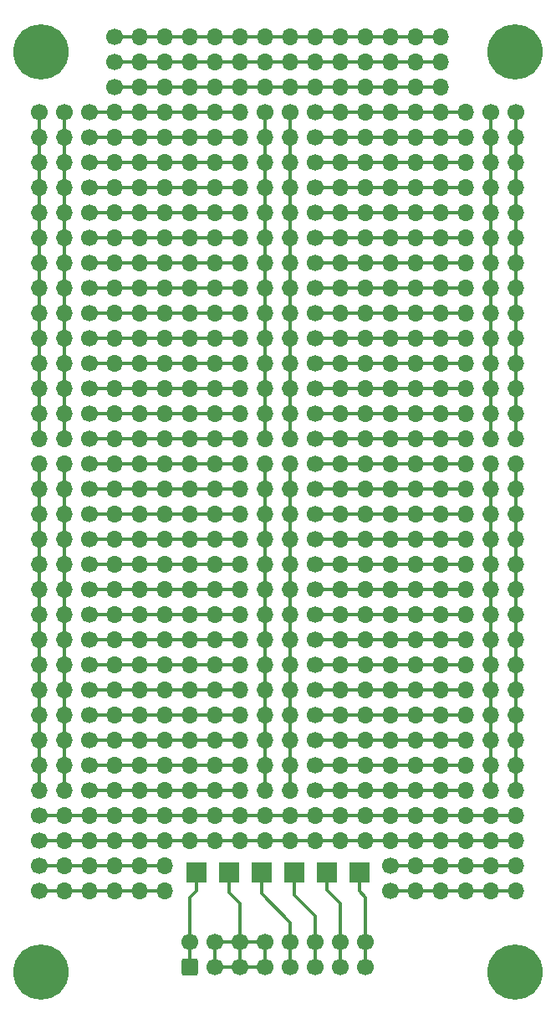
<source format=gbr>
%TF.GenerationSoftware,KiCad,Pcbnew,8.0.3*%
%TF.CreationDate,2024-07-30T21:02:43-04:00*%
%TF.ProjectId,synth-prototyping-pcb,73796e74-682d-4707-926f-746f74797069,1.0.0*%
%TF.SameCoordinates,Original*%
%TF.FileFunction,Copper,L2,Bot*%
%TF.FilePolarity,Positive*%
%FSLAX46Y46*%
G04 Gerber Fmt 4.6, Leading zero omitted, Abs format (unit mm)*
G04 Created by KiCad (PCBNEW 8.0.3) date 2024-07-30 21:02:43*
%MOMM*%
%LPD*%
G01*
G04 APERTURE LIST*
G04 Aperture macros list*
%AMRoundRect*
0 Rectangle with rounded corners*
0 $1 Rounding radius*
0 $2 $3 $4 $5 $6 $7 $8 $9 X,Y pos of 4 corners*
0 Add a 4 corners polygon primitive as box body*
4,1,4,$2,$3,$4,$5,$6,$7,$8,$9,$2,$3,0*
0 Add four circle primitives for the rounded corners*
1,1,$1+$1,$2,$3*
1,1,$1+$1,$4,$5*
1,1,$1+$1,$6,$7*
1,1,$1+$1,$8,$9*
0 Add four rect primitives between the rounded corners*
20,1,$1+$1,$2,$3,$4,$5,0*
20,1,$1+$1,$4,$5,$6,$7,0*
20,1,$1+$1,$6,$7,$8,$9,0*
20,1,$1+$1,$8,$9,$2,$3,0*%
G04 Aperture macros list end*
%TA.AperFunction,ComponentPad*%
%ADD10C,1.700000*%
%TD*%
%TA.AperFunction,ComponentPad*%
%ADD11O,1.700000X1.700000*%
%TD*%
%TA.AperFunction,ComponentPad*%
%ADD12R,2.000000X2.000000*%
%TD*%
%TA.AperFunction,ComponentPad*%
%ADD13C,5.600000*%
%TD*%
%TA.AperFunction,ComponentPad*%
%ADD14RoundRect,0.250000X0.600000X-0.600000X0.600000X0.600000X-0.600000X0.600000X-0.600000X-0.600000X0*%
%TD*%
%TA.AperFunction,Conductor*%
%ADD15C,0.300000*%
%TD*%
G04 APERTURE END LIST*
D10*
%TO.P,REF\u002A\u002A,1*%
%TO.N,N/C*%
X103352500Y-137520000D03*
D11*
%TO.P,REF\u002A\u002A,2*%
X105892500Y-137520000D03*
%TO.P,REF\u002A\u002A,3*%
X108432500Y-137520000D03*
%TO.P,REF\u002A\u002A,4*%
X110972500Y-137520000D03*
%TO.P,REF\u002A\u002A,5*%
X113512500Y-137520000D03*
%TO.P,REF\u002A\u002A,6*%
X116052500Y-137520000D03*
%TD*%
D10*
%TO.P,REF\u002A\u002A,1*%
%TO.N,N/C*%
X108432500Y-117200000D03*
D11*
%TO.P,REF\u002A\u002A,2*%
X110972500Y-117200000D03*
%TO.P,REF\u002A\u002A,3*%
X113512500Y-117200000D03*
%TO.P,REF\u002A\u002A,4*%
X116052500Y-117200000D03*
%TO.P,REF\u002A\u002A,5*%
X118592500Y-117200000D03*
%TO.P,REF\u002A\u002A,6*%
X121132500Y-117200000D03*
%TO.P,REF\u002A\u002A,7*%
X123672500Y-117200000D03*
%TD*%
D10*
%TO.P,REF\u002A\u002A,1*%
%TO.N,N/C*%
X108432500Y-91800000D03*
D11*
%TO.P,REF\u002A\u002A,2*%
X110972500Y-91800000D03*
%TO.P,REF\u002A\u002A,3*%
X113512500Y-91800000D03*
%TO.P,REF\u002A\u002A,4*%
X116052500Y-91800000D03*
%TO.P,REF\u002A\u002A,5*%
X118592500Y-91800000D03*
%TO.P,REF\u002A\u002A,6*%
X121132500Y-91800000D03*
%TO.P,REF\u002A\u002A,7*%
X123672500Y-91800000D03*
%TD*%
D10*
%TO.P,REF\u002A\u002A,1*%
%TO.N,N/C*%
X131292500Y-91800000D03*
D11*
%TO.P,REF\u002A\u002A,2*%
X133832500Y-91800000D03*
%TO.P,REF\u002A\u002A,3*%
X136372500Y-91800000D03*
%TO.P,REF\u002A\u002A,4*%
X138912500Y-91800000D03*
%TO.P,REF\u002A\u002A,5*%
X141452500Y-91800000D03*
%TO.P,REF\u002A\u002A,6*%
X143992500Y-91800000D03*
%TO.P,REF\u002A\u002A,7*%
X146532500Y-91800000D03*
%TD*%
D10*
%TO.P,REF\u002A\u002A,1*%
%TO.N,N/C*%
X131292500Y-99420000D03*
D11*
%TO.P,REF\u002A\u002A,2*%
X133832500Y-99420000D03*
%TO.P,REF\u002A\u002A,3*%
X136372500Y-99420000D03*
%TO.P,REF\u002A\u002A,4*%
X138912500Y-99420000D03*
%TO.P,REF\u002A\u002A,5*%
X141452500Y-99420000D03*
%TO.P,REF\u002A\u002A,6*%
X143992500Y-99420000D03*
%TO.P,REF\u002A\u002A,7*%
X146532500Y-99420000D03*
%TD*%
D10*
%TO.P,REF\u002A\u002A,1*%
%TO.N,N/C*%
X110972500Y-53700000D03*
D11*
%TO.P,REF\u002A\u002A,2*%
X113512500Y-53700000D03*
%TO.P,REF\u002A\u002A,3*%
X116052500Y-53700000D03*
%TO.P,REF\u002A\u002A,4*%
X118592500Y-53700000D03*
%TO.P,REF\u002A\u002A,5*%
X121132500Y-53700000D03*
%TO.P,REF\u002A\u002A,6*%
X123672500Y-53700000D03*
%TO.P,REF\u002A\u002A,7*%
X126212500Y-53700000D03*
%TO.P,REF\u002A\u002A,8*%
X128752500Y-53700000D03*
%TO.P,REF\u002A\u002A,9*%
X131292500Y-53700000D03*
%TO.P,REF\u002A\u002A,10*%
X133832500Y-53700000D03*
%TO.P,REF\u002A\u002A,11*%
X136372500Y-53700000D03*
%TO.P,REF\u002A\u002A,12*%
X138912500Y-53700000D03*
%TO.P,REF\u002A\u002A,13*%
X141452500Y-53700000D03*
%TO.P,REF\u002A\u002A,14*%
X143992500Y-53700000D03*
%TD*%
D10*
%TO.P,REF\u002A\u002A,1*%
%TO.N,N/C*%
X108432500Y-119740000D03*
D11*
%TO.P,REF\u002A\u002A,2*%
X110972500Y-119740000D03*
%TO.P,REF\u002A\u002A,3*%
X113512500Y-119740000D03*
%TO.P,REF\u002A\u002A,4*%
X116052500Y-119740000D03*
%TO.P,REF\u002A\u002A,5*%
X118592500Y-119740000D03*
%TO.P,REF\u002A\u002A,6*%
X121132500Y-119740000D03*
%TO.P,REF\u002A\u002A,7*%
X123672500Y-119740000D03*
%TD*%
D10*
%TO.P,REF\u002A\u002A,1*%
%TO.N,N/C*%
X131292500Y-89260000D03*
D11*
%TO.P,REF\u002A\u002A,2*%
X133832500Y-89260000D03*
%TO.P,REF\u002A\u002A,3*%
X136372500Y-89260000D03*
%TO.P,REF\u002A\u002A,4*%
X138912500Y-89260000D03*
%TO.P,REF\u002A\u002A,5*%
X141452500Y-89260000D03*
%TO.P,REF\u002A\u002A,6*%
X143992500Y-89260000D03*
%TO.P,REF\u002A\u002A,7*%
X146532500Y-89260000D03*
%TD*%
D10*
%TO.P,REF\u002A\u002A,1*%
%TO.N,N/C*%
X108432500Y-122280000D03*
D11*
%TO.P,REF\u002A\u002A,2*%
X110972500Y-122280000D03*
%TO.P,REF\u002A\u002A,3*%
X113512500Y-122280000D03*
%TO.P,REF\u002A\u002A,4*%
X116052500Y-122280000D03*
%TO.P,REF\u002A\u002A,5*%
X118592500Y-122280000D03*
%TO.P,REF\u002A\u002A,6*%
X121132500Y-122280000D03*
%TO.P,REF\u002A\u002A,7*%
X123672500Y-122280000D03*
%TD*%
D12*
%TO.P,TP5,1,1*%
%TO.N,CV*%
X132435500Y-135615000D03*
%TD*%
%TO.P,TP3,1,1*%
%TO.N,+12V*%
X125831500Y-135615000D03*
%TD*%
D10*
%TO.P,REF\u002A\u002A,1*%
%TO.N,N/C*%
X131292500Y-112120000D03*
D11*
%TO.P,REF\u002A\u002A,2*%
X133832500Y-112120000D03*
%TO.P,REF\u002A\u002A,3*%
X136372500Y-112120000D03*
%TO.P,REF\u002A\u002A,4*%
X138912500Y-112120000D03*
%TO.P,REF\u002A\u002A,5*%
X141452500Y-112120000D03*
%TO.P,REF\u002A\u002A,6*%
X143992500Y-112120000D03*
%TO.P,REF\u002A\u002A,7*%
X146532500Y-112120000D03*
%TD*%
D10*
%TO.P,REF\u002A\u002A,1*%
%TO.N,N/C*%
X128752500Y-58780000D03*
D11*
%TO.P,REF\u002A\u002A,2*%
X128752500Y-61320000D03*
%TO.P,REF\u002A\u002A,3*%
X128752500Y-63860000D03*
%TO.P,REF\u002A\u002A,4*%
X128752500Y-66400000D03*
%TO.P,REF\u002A\u002A,5*%
X128752500Y-68940000D03*
%TO.P,REF\u002A\u002A,6*%
X128752500Y-71480000D03*
%TO.P,REF\u002A\u002A,7*%
X128752500Y-74020000D03*
%TO.P,REF\u002A\u002A,8*%
X128752500Y-76560000D03*
%TO.P,REF\u002A\u002A,9*%
X128752500Y-79100000D03*
%TO.P,REF\u002A\u002A,10*%
X128752500Y-81640000D03*
%TO.P,REF\u002A\u002A,11*%
X128752500Y-84180000D03*
%TO.P,REF\u002A\u002A,12*%
X128752500Y-86720000D03*
%TO.P,REF\u002A\u002A,13*%
X128752500Y-89260000D03*
%TO.P,REF\u002A\u002A,14*%
X128752500Y-91800000D03*
%TO.P,REF\u002A\u002A,15*%
X128752500Y-94340000D03*
%TO.P,REF\u002A\u002A,16*%
X128752500Y-96880000D03*
%TO.P,REF\u002A\u002A,17*%
X128752500Y-99420000D03*
%TO.P,REF\u002A\u002A,18*%
X128752500Y-101960000D03*
%TO.P,REF\u002A\u002A,19*%
X128752500Y-104500000D03*
%TO.P,REF\u002A\u002A,20*%
X128752500Y-107040000D03*
%TO.P,REF\u002A\u002A,21*%
X128752500Y-109580000D03*
%TO.P,REF\u002A\u002A,22*%
X128752500Y-112120000D03*
%TO.P,REF\u002A\u002A,23*%
X128752500Y-114660000D03*
%TO.P,REF\u002A\u002A,24*%
X128752500Y-117200000D03*
%TO.P,REF\u002A\u002A,25*%
X128752500Y-119740000D03*
%TO.P,REF\u002A\u002A,26*%
X128752500Y-122280000D03*
%TO.P,REF\u002A\u002A,27*%
X128752500Y-124820000D03*
%TO.P,REF\u002A\u002A,28*%
X128752500Y-127360000D03*
%TD*%
D10*
%TO.P,REF\u002A\u002A,1*%
%TO.N,N/C*%
X103352500Y-58780000D03*
D11*
%TO.P,REF\u002A\u002A,2*%
X103352500Y-61320000D03*
%TO.P,REF\u002A\u002A,3*%
X103352500Y-63860000D03*
%TO.P,REF\u002A\u002A,4*%
X103352500Y-66400000D03*
%TO.P,REF\u002A\u002A,5*%
X103352500Y-68940000D03*
%TO.P,REF\u002A\u002A,6*%
X103352500Y-71480000D03*
%TO.P,REF\u002A\u002A,7*%
X103352500Y-74020000D03*
%TO.P,REF\u002A\u002A,8*%
X103352500Y-76560000D03*
%TO.P,REF\u002A\u002A,9*%
X103352500Y-79100000D03*
%TO.P,REF\u002A\u002A,10*%
X103352500Y-81640000D03*
%TO.P,REF\u002A\u002A,11*%
X103352500Y-84180000D03*
%TO.P,REF\u002A\u002A,12*%
X103352500Y-86720000D03*
%TO.P,REF\u002A\u002A,13*%
X103352500Y-89260000D03*
%TO.P,REF\u002A\u002A,14*%
X103352500Y-91800000D03*
%TO.P,REF\u002A\u002A,15*%
X103352500Y-94340000D03*
%TO.P,REF\u002A\u002A,16*%
X103352500Y-96880000D03*
%TO.P,REF\u002A\u002A,17*%
X103352500Y-99420000D03*
%TO.P,REF\u002A\u002A,18*%
X103352500Y-101960000D03*
%TO.P,REF\u002A\u002A,19*%
X103352500Y-104500000D03*
%TO.P,REF\u002A\u002A,20*%
X103352500Y-107040000D03*
%TO.P,REF\u002A\u002A,21*%
X103352500Y-109580000D03*
%TO.P,REF\u002A\u002A,22*%
X103352500Y-112120000D03*
%TO.P,REF\u002A\u002A,23*%
X103352500Y-114660000D03*
%TO.P,REF\u002A\u002A,24*%
X103352500Y-117200000D03*
%TO.P,REF\u002A\u002A,25*%
X103352500Y-119740000D03*
%TO.P,REF\u002A\u002A,26*%
X103352500Y-122280000D03*
%TO.P,REF\u002A\u002A,27*%
X103352500Y-124820000D03*
%TO.P,REF\u002A\u002A,28*%
X103352500Y-127360000D03*
%TD*%
D13*
%TO.P,M1,1*%
%TO.N,N/C*%
X103500000Y-145700000D03*
%TD*%
D10*
%TO.P,REF\u002A\u002A,1*%
%TO.N,N/C*%
X108432500Y-94340000D03*
D11*
%TO.P,REF\u002A\u002A,2*%
X110972500Y-94340000D03*
%TO.P,REF\u002A\u002A,3*%
X113512500Y-94340000D03*
%TO.P,REF\u002A\u002A,4*%
X116052500Y-94340000D03*
%TO.P,REF\u002A\u002A,5*%
X118592500Y-94340000D03*
%TO.P,REF\u002A\u002A,6*%
X121132500Y-94340000D03*
%TO.P,REF\u002A\u002A,7*%
X123672500Y-94340000D03*
%TD*%
D10*
%TO.P,REF\u002A\u002A,1*%
%TO.N,N/C*%
X108432500Y-101960000D03*
D11*
%TO.P,REF\u002A\u002A,2*%
X110972500Y-101960000D03*
%TO.P,REF\u002A\u002A,3*%
X113512500Y-101960000D03*
%TO.P,REF\u002A\u002A,4*%
X116052500Y-101960000D03*
%TO.P,REF\u002A\u002A,5*%
X118592500Y-101960000D03*
%TO.P,REF\u002A\u002A,6*%
X121132500Y-101960000D03*
%TO.P,REF\u002A\u002A,7*%
X123672500Y-101960000D03*
%TD*%
D10*
%TO.P,REF\u002A\u002A,1*%
%TO.N,N/C*%
X131292500Y-104500000D03*
D11*
%TO.P,REF\u002A\u002A,2*%
X133832500Y-104500000D03*
%TO.P,REF\u002A\u002A,3*%
X136372500Y-104500000D03*
%TO.P,REF\u002A\u002A,4*%
X138912500Y-104500000D03*
%TO.P,REF\u002A\u002A,5*%
X141452500Y-104500000D03*
%TO.P,REF\u002A\u002A,6*%
X143992500Y-104500000D03*
%TO.P,REF\u002A\u002A,7*%
X146532500Y-104500000D03*
%TD*%
D10*
%TO.P,REF\u002A\u002A,1*%
%TO.N,N/C*%
X108432500Y-68940000D03*
D11*
%TO.P,REF\u002A\u002A,2*%
X110972500Y-68940000D03*
%TO.P,REF\u002A\u002A,3*%
X113512500Y-68940000D03*
%TO.P,REF\u002A\u002A,4*%
X116052500Y-68940000D03*
%TO.P,REF\u002A\u002A,5*%
X118592500Y-68940000D03*
%TO.P,REF\u002A\u002A,6*%
X121132500Y-68940000D03*
%TO.P,REF\u002A\u002A,7*%
X123672500Y-68940000D03*
%TD*%
D10*
%TO.P,REF\u002A\u002A,1*%
%TO.N,N/C*%
X138912500Y-134980000D03*
D11*
%TO.P,REF\u002A\u002A,2*%
X141452500Y-134980000D03*
%TO.P,REF\u002A\u002A,3*%
X143992500Y-134980000D03*
%TO.P,REF\u002A\u002A,4*%
X146532500Y-134980000D03*
%TO.P,REF\u002A\u002A,5*%
X149072500Y-134980000D03*
%TO.P,REF\u002A\u002A,6*%
X151612500Y-134980000D03*
%TD*%
D10*
%TO.P,REF\u002A\u002A,1*%
%TO.N,N/C*%
X131292500Y-94340000D03*
D11*
%TO.P,REF\u002A\u002A,2*%
X133832500Y-94340000D03*
%TO.P,REF\u002A\u002A,3*%
X136372500Y-94340000D03*
%TO.P,REF\u002A\u002A,4*%
X138912500Y-94340000D03*
%TO.P,REF\u002A\u002A,5*%
X141452500Y-94340000D03*
%TO.P,REF\u002A\u002A,6*%
X143992500Y-94340000D03*
%TO.P,REF\u002A\u002A,7*%
X146532500Y-94340000D03*
%TD*%
D10*
%TO.P,REF\u002A\u002A,1*%
%TO.N,N/C*%
X108432500Y-99420000D03*
D11*
%TO.P,REF\u002A\u002A,2*%
X110972500Y-99420000D03*
%TO.P,REF\u002A\u002A,3*%
X113512500Y-99420000D03*
%TO.P,REF\u002A\u002A,4*%
X116052500Y-99420000D03*
%TO.P,REF\u002A\u002A,5*%
X118592500Y-99420000D03*
%TO.P,REF\u002A\u002A,6*%
X121132500Y-99420000D03*
%TO.P,REF\u002A\u002A,7*%
X123672500Y-99420000D03*
%TD*%
D10*
%TO.P,REF\u002A\u002A,1*%
%TO.N,N/C*%
X131292500Y-63860000D03*
D11*
%TO.P,REF\u002A\u002A,2*%
X133832500Y-63860000D03*
%TO.P,REF\u002A\u002A,3*%
X136372500Y-63860000D03*
%TO.P,REF\u002A\u002A,4*%
X138912500Y-63860000D03*
%TO.P,REF\u002A\u002A,5*%
X141452500Y-63860000D03*
%TO.P,REF\u002A\u002A,6*%
X143992500Y-63860000D03*
%TO.P,REF\u002A\u002A,7*%
X146532500Y-63860000D03*
%TD*%
D14*
%TO.P,J1,1,Pin_1*%
%TO.N,-12V*%
X118592500Y-145240000D03*
D10*
%TO.P,J1,2,Pin_2*%
X118592500Y-142700000D03*
%TO.P,J1,3,Pin_3*%
%TO.N,GND*%
X121132500Y-145240000D03*
%TO.P,J1,4,Pin_4*%
X121132500Y-142700000D03*
%TO.P,J1,5,Pin_5*%
X123672500Y-145240000D03*
%TO.P,J1,6,Pin_6*%
X123672500Y-142700000D03*
%TO.P,J1,7,Pin_7*%
X126212500Y-145240000D03*
%TO.P,J1,8,Pin_8*%
X126212500Y-142700000D03*
%TO.P,J1,9,Pin_9*%
%TO.N,+12V*%
X128752500Y-145240000D03*
%TO.P,J1,10,Pin_10*%
X128752500Y-142700000D03*
%TO.P,J1,11,Pin_11*%
%TO.N,+5V*%
X131292500Y-145240000D03*
%TO.P,J1,12,Pin_12*%
X131292500Y-142700000D03*
%TO.P,J1,13,Pin_13*%
%TO.N,CV*%
X133832500Y-145240000D03*
%TO.P,J1,14,Pin_14*%
X133832500Y-142700000D03*
%TO.P,J1,15,Pin_15*%
%TO.N,GATE*%
X136372500Y-145240000D03*
%TO.P,J1,16,Pin_16*%
X136372500Y-142700000D03*
%TD*%
%TO.P,REF\u002A\u002A,1*%
%TO.N,N/C*%
X108432500Y-74020000D03*
D11*
%TO.P,REF\u002A\u002A,2*%
X110972500Y-74020000D03*
%TO.P,REF\u002A\u002A,3*%
X113512500Y-74020000D03*
%TO.P,REF\u002A\u002A,4*%
X116052500Y-74020000D03*
%TO.P,REF\u002A\u002A,5*%
X118592500Y-74020000D03*
%TO.P,REF\u002A\u002A,6*%
X121132500Y-74020000D03*
%TO.P,REF\u002A\u002A,7*%
X123672500Y-74020000D03*
%TD*%
D10*
%TO.P,REF\u002A\u002A,1*%
%TO.N,N/C*%
X108432500Y-114660000D03*
D11*
%TO.P,REF\u002A\u002A,2*%
X110972500Y-114660000D03*
%TO.P,REF\u002A\u002A,3*%
X113512500Y-114660000D03*
%TO.P,REF\u002A\u002A,4*%
X116052500Y-114660000D03*
%TO.P,REF\u002A\u002A,5*%
X118592500Y-114660000D03*
%TO.P,REF\u002A\u002A,6*%
X121132500Y-114660000D03*
%TO.P,REF\u002A\u002A,7*%
X123672500Y-114660000D03*
%TD*%
D10*
%TO.P,REF\u002A\u002A,1*%
%TO.N,N/C*%
X131292500Y-76560000D03*
D11*
%TO.P,REF\u002A\u002A,2*%
X133832500Y-76560000D03*
%TO.P,REF\u002A\u002A,3*%
X136372500Y-76560000D03*
%TO.P,REF\u002A\u002A,4*%
X138912500Y-76560000D03*
%TO.P,REF\u002A\u002A,5*%
X141452500Y-76560000D03*
%TO.P,REF\u002A\u002A,6*%
X143992500Y-76560000D03*
%TO.P,REF\u002A\u002A,7*%
X146532500Y-76560000D03*
%TD*%
D10*
%TO.P,REF\u002A\u002A,1*%
%TO.N,N/C*%
X131292500Y-84180000D03*
D11*
%TO.P,REF\u002A\u002A,2*%
X133832500Y-84180000D03*
%TO.P,REF\u002A\u002A,3*%
X136372500Y-84180000D03*
%TO.P,REF\u002A\u002A,4*%
X138912500Y-84180000D03*
%TO.P,REF\u002A\u002A,5*%
X141452500Y-84180000D03*
%TO.P,REF\u002A\u002A,6*%
X143992500Y-84180000D03*
%TO.P,REF\u002A\u002A,7*%
X146532500Y-84180000D03*
%TD*%
D10*
%TO.P,REF\u002A\u002A,1*%
%TO.N,N/C*%
X108432500Y-112120000D03*
D11*
%TO.P,REF\u002A\u002A,2*%
X110972500Y-112120000D03*
%TO.P,REF\u002A\u002A,3*%
X113512500Y-112120000D03*
%TO.P,REF\u002A\u002A,4*%
X116052500Y-112120000D03*
%TO.P,REF\u002A\u002A,5*%
X118592500Y-112120000D03*
%TO.P,REF\u002A\u002A,6*%
X121132500Y-112120000D03*
%TO.P,REF\u002A\u002A,7*%
X123672500Y-112120000D03*
%TD*%
D10*
%TO.P,REF\u002A\u002A,1*%
%TO.N,N/C*%
X108432500Y-127360000D03*
D11*
%TO.P,REF\u002A\u002A,2*%
X110972500Y-127360000D03*
%TO.P,REF\u002A\u002A,3*%
X113512500Y-127360000D03*
%TO.P,REF\u002A\u002A,4*%
X116052500Y-127360000D03*
%TO.P,REF\u002A\u002A,5*%
X118592500Y-127360000D03*
%TO.P,REF\u002A\u002A,6*%
X121132500Y-127360000D03*
%TO.P,REF\u002A\u002A,7*%
X123672500Y-127360000D03*
%TD*%
D10*
%TO.P,REF\u002A\u002A,1*%
%TO.N,N/C*%
X131292500Y-68940000D03*
D11*
%TO.P,REF\u002A\u002A,2*%
X133832500Y-68940000D03*
%TO.P,REF\u002A\u002A,3*%
X136372500Y-68940000D03*
%TO.P,REF\u002A\u002A,4*%
X138912500Y-68940000D03*
%TO.P,REF\u002A\u002A,5*%
X141452500Y-68940000D03*
%TO.P,REF\u002A\u002A,6*%
X143992500Y-68940000D03*
%TO.P,REF\u002A\u002A,7*%
X146532500Y-68940000D03*
%TD*%
D10*
%TO.P,REF\u002A\u002A,1*%
%TO.N,N/C*%
X108432500Y-107040000D03*
D11*
%TO.P,REF\u002A\u002A,2*%
X110972500Y-107040000D03*
%TO.P,REF\u002A\u002A,3*%
X113512500Y-107040000D03*
%TO.P,REF\u002A\u002A,4*%
X116052500Y-107040000D03*
%TO.P,REF\u002A\u002A,5*%
X118592500Y-107040000D03*
%TO.P,REF\u002A\u002A,6*%
X121132500Y-107040000D03*
%TO.P,REF\u002A\u002A,7*%
X123672500Y-107040000D03*
%TD*%
D10*
%TO.P,REF\u002A\u002A,1*%
%TO.N,N/C*%
X131292500Y-109580000D03*
D11*
%TO.P,REF\u002A\u002A,2*%
X133832500Y-109580000D03*
%TO.P,REF\u002A\u002A,3*%
X136372500Y-109580000D03*
%TO.P,REF\u002A\u002A,4*%
X138912500Y-109580000D03*
%TO.P,REF\u002A\u002A,5*%
X141452500Y-109580000D03*
%TO.P,REF\u002A\u002A,6*%
X143992500Y-109580000D03*
%TO.P,REF\u002A\u002A,7*%
X146532500Y-109580000D03*
%TD*%
D10*
%TO.P,REF\u002A\u002A,1*%
%TO.N,N/C*%
X108432500Y-79100000D03*
D11*
%TO.P,REF\u002A\u002A,2*%
X110972500Y-79100000D03*
%TO.P,REF\u002A\u002A,3*%
X113512500Y-79100000D03*
%TO.P,REF\u002A\u002A,4*%
X116052500Y-79100000D03*
%TO.P,REF\u002A\u002A,5*%
X118592500Y-79100000D03*
%TO.P,REF\u002A\u002A,6*%
X121132500Y-79100000D03*
%TO.P,REF\u002A\u002A,7*%
X123672500Y-79100000D03*
%TD*%
D10*
%TO.P,REF\u002A\u002A,1*%
%TO.N,N/C*%
X131292500Y-122280000D03*
D11*
%TO.P,REF\u002A\u002A,2*%
X133832500Y-122280000D03*
%TO.P,REF\u002A\u002A,3*%
X136372500Y-122280000D03*
%TO.P,REF\u002A\u002A,4*%
X138912500Y-122280000D03*
%TO.P,REF\u002A\u002A,5*%
X141452500Y-122280000D03*
%TO.P,REF\u002A\u002A,6*%
X143992500Y-122280000D03*
%TO.P,REF\u002A\u002A,7*%
X146532500Y-122280000D03*
%TD*%
D10*
%TO.P,REF\u002A\u002A,1*%
%TO.N,N/C*%
X108432500Y-86720000D03*
D11*
%TO.P,REF\u002A\u002A,2*%
X110972500Y-86720000D03*
%TO.P,REF\u002A\u002A,3*%
X113512500Y-86720000D03*
%TO.P,REF\u002A\u002A,4*%
X116052500Y-86720000D03*
%TO.P,REF\u002A\u002A,5*%
X118592500Y-86720000D03*
%TO.P,REF\u002A\u002A,6*%
X121132500Y-86720000D03*
%TO.P,REF\u002A\u002A,7*%
X123672500Y-86720000D03*
%TD*%
D10*
%TO.P,REF\u002A\u002A,1*%
%TO.N,N/C*%
X108432500Y-84180000D03*
D11*
%TO.P,REF\u002A\u002A,2*%
X110972500Y-84180000D03*
%TO.P,REF\u002A\u002A,3*%
X113512500Y-84180000D03*
%TO.P,REF\u002A\u002A,4*%
X116052500Y-84180000D03*
%TO.P,REF\u002A\u002A,5*%
X118592500Y-84180000D03*
%TO.P,REF\u002A\u002A,6*%
X121132500Y-84180000D03*
%TO.P,REF\u002A\u002A,7*%
X123672500Y-84180000D03*
%TD*%
D10*
%TO.P,REF\u002A\u002A,1*%
%TO.N,N/C*%
X108432500Y-61320000D03*
D11*
%TO.P,REF\u002A\u002A,2*%
X110972500Y-61320000D03*
%TO.P,REF\u002A\u002A,3*%
X113512500Y-61320000D03*
%TO.P,REF\u002A\u002A,4*%
X116052500Y-61320000D03*
%TO.P,REF\u002A\u002A,5*%
X118592500Y-61320000D03*
%TO.P,REF\u002A\u002A,6*%
X121132500Y-61320000D03*
%TO.P,REF\u002A\u002A,7*%
X123672500Y-61320000D03*
%TD*%
D10*
%TO.P,REF\u002A\u002A,1*%
%TO.N,N/C*%
X131292500Y-74020000D03*
D11*
%TO.P,REF\u002A\u002A,2*%
X133832500Y-74020000D03*
%TO.P,REF\u002A\u002A,3*%
X136372500Y-74020000D03*
%TO.P,REF\u002A\u002A,4*%
X138912500Y-74020000D03*
%TO.P,REF\u002A\u002A,5*%
X141452500Y-74020000D03*
%TO.P,REF\u002A\u002A,6*%
X143992500Y-74020000D03*
%TO.P,REF\u002A\u002A,7*%
X146532500Y-74020000D03*
%TD*%
D13*
%TO.P,M1,1*%
%TO.N,N/C*%
X151500000Y-145700000D03*
%TD*%
D10*
%TO.P,REF\u002A\u002A,1*%
%TO.N,N/C*%
X131292500Y-107040000D03*
D11*
%TO.P,REF\u002A\u002A,2*%
X133832500Y-107040000D03*
%TO.P,REF\u002A\u002A,3*%
X136372500Y-107040000D03*
%TO.P,REF\u002A\u002A,4*%
X138912500Y-107040000D03*
%TO.P,REF\u002A\u002A,5*%
X141452500Y-107040000D03*
%TO.P,REF\u002A\u002A,6*%
X143992500Y-107040000D03*
%TO.P,REF\u002A\u002A,7*%
X146532500Y-107040000D03*
%TD*%
D12*
%TO.P,TP2,1,1*%
%TO.N,GND*%
X122529500Y-135615000D03*
%TD*%
D10*
%TO.P,REF\u002A\u002A,1*%
%TO.N,N/C*%
X110972500Y-56240000D03*
D11*
%TO.P,REF\u002A\u002A,2*%
X113512500Y-56240000D03*
%TO.P,REF\u002A\u002A,3*%
X116052500Y-56240000D03*
%TO.P,REF\u002A\u002A,4*%
X118592500Y-56240000D03*
%TO.P,REF\u002A\u002A,5*%
X121132500Y-56240000D03*
%TO.P,REF\u002A\u002A,6*%
X123672500Y-56240000D03*
%TO.P,REF\u002A\u002A,7*%
X126212500Y-56240000D03*
%TO.P,REF\u002A\u002A,8*%
X128752500Y-56240000D03*
%TO.P,REF\u002A\u002A,9*%
X131292500Y-56240000D03*
%TO.P,REF\u002A\u002A,10*%
X133832500Y-56240000D03*
%TO.P,REF\u002A\u002A,11*%
X136372500Y-56240000D03*
%TO.P,REF\u002A\u002A,12*%
X138912500Y-56240000D03*
%TO.P,REF\u002A\u002A,13*%
X141452500Y-56240000D03*
%TO.P,REF\u002A\u002A,14*%
X143992500Y-56240000D03*
%TD*%
D10*
%TO.P,REF\u002A\u002A,1*%
%TO.N,N/C*%
X131292500Y-86720000D03*
D11*
%TO.P,REF\u002A\u002A,2*%
X133832500Y-86720000D03*
%TO.P,REF\u002A\u002A,3*%
X136372500Y-86720000D03*
%TO.P,REF\u002A\u002A,4*%
X138912500Y-86720000D03*
%TO.P,REF\u002A\u002A,5*%
X141452500Y-86720000D03*
%TO.P,REF\u002A\u002A,6*%
X143992500Y-86720000D03*
%TO.P,REF\u002A\u002A,7*%
X146532500Y-86720000D03*
%TD*%
D10*
%TO.P,REF\u002A\u002A,1*%
%TO.N,N/C*%
X108432500Y-66400000D03*
D11*
%TO.P,REF\u002A\u002A,2*%
X110972500Y-66400000D03*
%TO.P,REF\u002A\u002A,3*%
X113512500Y-66400000D03*
%TO.P,REF\u002A\u002A,4*%
X116052500Y-66400000D03*
%TO.P,REF\u002A\u002A,5*%
X118592500Y-66400000D03*
%TO.P,REF\u002A\u002A,6*%
X121132500Y-66400000D03*
%TO.P,REF\u002A\u002A,7*%
X123672500Y-66400000D03*
%TD*%
D13*
%TO.P,M1,1*%
%TO.N,N/C*%
X103500000Y-52700000D03*
%TD*%
D10*
%TO.P,REF\u002A\u002A,1*%
%TO.N,N/C*%
X131292500Y-96880000D03*
D11*
%TO.P,REF\u002A\u002A,2*%
X133832500Y-96880000D03*
%TO.P,REF\u002A\u002A,3*%
X136372500Y-96880000D03*
%TO.P,REF\u002A\u002A,4*%
X138912500Y-96880000D03*
%TO.P,REF\u002A\u002A,5*%
X141452500Y-96880000D03*
%TO.P,REF\u002A\u002A,6*%
X143992500Y-96880000D03*
%TO.P,REF\u002A\u002A,7*%
X146532500Y-96880000D03*
%TD*%
D10*
%TO.P,REF\u002A\u002A,1*%
%TO.N,N/C*%
X131292500Y-71480000D03*
D11*
%TO.P,REF\u002A\u002A,2*%
X133832500Y-71480000D03*
%TO.P,REF\u002A\u002A,3*%
X136372500Y-71480000D03*
%TO.P,REF\u002A\u002A,4*%
X138912500Y-71480000D03*
%TO.P,REF\u002A\u002A,5*%
X141452500Y-71480000D03*
%TO.P,REF\u002A\u002A,6*%
X143992500Y-71480000D03*
%TO.P,REF\u002A\u002A,7*%
X146532500Y-71480000D03*
%TD*%
D10*
%TO.P,REF\u002A\u002A,1*%
%TO.N,N/C*%
X131292500Y-58780000D03*
D11*
%TO.P,REF\u002A\u002A,2*%
X133832500Y-58780000D03*
%TO.P,REF\u002A\u002A,3*%
X136372500Y-58780000D03*
%TO.P,REF\u002A\u002A,4*%
X138912500Y-58780000D03*
%TO.P,REF\u002A\u002A,5*%
X141452500Y-58780000D03*
%TO.P,REF\u002A\u002A,6*%
X143992500Y-58780000D03*
%TO.P,REF\u002A\u002A,7*%
X146532500Y-58780000D03*
%TD*%
D10*
%TO.P,REF\u002A\u002A,1*%
%TO.N,N/C*%
X108432500Y-81640000D03*
D11*
%TO.P,REF\u002A\u002A,2*%
X110972500Y-81640000D03*
%TO.P,REF\u002A\u002A,3*%
X113512500Y-81640000D03*
%TO.P,REF\u002A\u002A,4*%
X116052500Y-81640000D03*
%TO.P,REF\u002A\u002A,5*%
X118592500Y-81640000D03*
%TO.P,REF\u002A\u002A,6*%
X121132500Y-81640000D03*
%TO.P,REF\u002A\u002A,7*%
X123672500Y-81640000D03*
%TD*%
D10*
%TO.P,REF\u002A\u002A,1*%
%TO.N,N/C*%
X151612500Y-58780000D03*
D11*
%TO.P,REF\u002A\u002A,2*%
X151612500Y-61320000D03*
%TO.P,REF\u002A\u002A,3*%
X151612500Y-63860000D03*
%TO.P,REF\u002A\u002A,4*%
X151612500Y-66400000D03*
%TO.P,REF\u002A\u002A,5*%
X151612500Y-68940000D03*
%TO.P,REF\u002A\u002A,6*%
X151612500Y-71480000D03*
%TO.P,REF\u002A\u002A,7*%
X151612500Y-74020000D03*
%TO.P,REF\u002A\u002A,8*%
X151612500Y-76560000D03*
%TO.P,REF\u002A\u002A,9*%
X151612500Y-79100000D03*
%TO.P,REF\u002A\u002A,10*%
X151612500Y-81640000D03*
%TO.P,REF\u002A\u002A,11*%
X151612500Y-84180000D03*
%TO.P,REF\u002A\u002A,12*%
X151612500Y-86720000D03*
%TO.P,REF\u002A\u002A,13*%
X151612500Y-89260000D03*
%TO.P,REF\u002A\u002A,14*%
X151612500Y-91800000D03*
%TO.P,REF\u002A\u002A,15*%
X151612500Y-94340000D03*
%TO.P,REF\u002A\u002A,16*%
X151612500Y-96880000D03*
%TO.P,REF\u002A\u002A,17*%
X151612500Y-99420000D03*
%TO.P,REF\u002A\u002A,18*%
X151612500Y-101960000D03*
%TO.P,REF\u002A\u002A,19*%
X151612500Y-104500000D03*
%TO.P,REF\u002A\u002A,20*%
X151612500Y-107040000D03*
%TO.P,REF\u002A\u002A,21*%
X151612500Y-109580000D03*
%TO.P,REF\u002A\u002A,22*%
X151612500Y-112120000D03*
%TO.P,REF\u002A\u002A,23*%
X151612500Y-114660000D03*
%TO.P,REF\u002A\u002A,24*%
X151612500Y-117200000D03*
%TO.P,REF\u002A\u002A,25*%
X151612500Y-119740000D03*
%TO.P,REF\u002A\u002A,26*%
X151612500Y-122280000D03*
%TO.P,REF\u002A\u002A,27*%
X151612500Y-124820000D03*
%TO.P,REF\u002A\u002A,28*%
X151612500Y-127360000D03*
%TD*%
D12*
%TO.P,TP1,1,1*%
%TO.N,+5V*%
X129133500Y-135615000D03*
%TD*%
D13*
%TO.P,M1,1*%
%TO.N,N/C*%
X151500000Y-52700000D03*
%TD*%
D10*
%TO.P,REF\u002A\u002A,1*%
%TO.N,N/C*%
X149072500Y-58780000D03*
D11*
%TO.P,REF\u002A\u002A,2*%
X149072500Y-61320000D03*
%TO.P,REF\u002A\u002A,3*%
X149072500Y-63860000D03*
%TO.P,REF\u002A\u002A,4*%
X149072500Y-66400000D03*
%TO.P,REF\u002A\u002A,5*%
X149072500Y-68940000D03*
%TO.P,REF\u002A\u002A,6*%
X149072500Y-71480000D03*
%TO.P,REF\u002A\u002A,7*%
X149072500Y-74020000D03*
%TO.P,REF\u002A\u002A,8*%
X149072500Y-76560000D03*
%TO.P,REF\u002A\u002A,9*%
X149072500Y-79100000D03*
%TO.P,REF\u002A\u002A,10*%
X149072500Y-81640000D03*
%TO.P,REF\u002A\u002A,11*%
X149072500Y-84180000D03*
%TO.P,REF\u002A\u002A,12*%
X149072500Y-86720000D03*
%TO.P,REF\u002A\u002A,13*%
X149072500Y-89260000D03*
%TO.P,REF\u002A\u002A,14*%
X149072500Y-91800000D03*
%TO.P,REF\u002A\u002A,15*%
X149072500Y-94340000D03*
%TO.P,REF\u002A\u002A,16*%
X149072500Y-96880000D03*
%TO.P,REF\u002A\u002A,17*%
X149072500Y-99420000D03*
%TO.P,REF\u002A\u002A,18*%
X149072500Y-101960000D03*
%TO.P,REF\u002A\u002A,19*%
X149072500Y-104500000D03*
%TO.P,REF\u002A\u002A,20*%
X149072500Y-107040000D03*
%TO.P,REF\u002A\u002A,21*%
X149072500Y-109580000D03*
%TO.P,REF\u002A\u002A,22*%
X149072500Y-112120000D03*
%TO.P,REF\u002A\u002A,23*%
X149072500Y-114660000D03*
%TO.P,REF\u002A\u002A,24*%
X149072500Y-117200000D03*
%TO.P,REF\u002A\u002A,25*%
X149072500Y-119740000D03*
%TO.P,REF\u002A\u002A,26*%
X149072500Y-122280000D03*
%TO.P,REF\u002A\u002A,27*%
X149072500Y-124820000D03*
%TO.P,REF\u002A\u002A,28*%
X149072500Y-127360000D03*
%TD*%
D10*
%TO.P,REF\u002A\u002A,1*%
%TO.N,N/C*%
X103352500Y-132440000D03*
D11*
%TO.P,REF\u002A\u002A,2*%
X105892500Y-132440000D03*
%TO.P,REF\u002A\u002A,3*%
X108432500Y-132440000D03*
%TO.P,REF\u002A\u002A,4*%
X110972500Y-132440000D03*
%TO.P,REF\u002A\u002A,5*%
X113512500Y-132440000D03*
%TO.P,REF\u002A\u002A,6*%
X116052500Y-132440000D03*
%TO.P,REF\u002A\u002A,7*%
X118592500Y-132440000D03*
%TO.P,REF\u002A\u002A,8*%
X121132500Y-132440000D03*
%TO.P,REF\u002A\u002A,9*%
X123672500Y-132440000D03*
%TO.P,REF\u002A\u002A,10*%
X126212500Y-132440000D03*
%TO.P,REF\u002A\u002A,11*%
X128752500Y-132440000D03*
%TO.P,REF\u002A\u002A,12*%
X131292500Y-132440000D03*
%TO.P,REF\u002A\u002A,13*%
X133832500Y-132440000D03*
%TO.P,REF\u002A\u002A,14*%
X136372500Y-132440000D03*
%TO.P,REF\u002A\u002A,15*%
X138912500Y-132440000D03*
%TO.P,REF\u002A\u002A,16*%
X141452500Y-132440000D03*
%TO.P,REF\u002A\u002A,17*%
X143992500Y-132440000D03*
%TO.P,REF\u002A\u002A,18*%
X146532500Y-132440000D03*
%TO.P,REF\u002A\u002A,19*%
X149072500Y-132440000D03*
%TO.P,REF\u002A\u002A,20*%
X151612500Y-132440000D03*
%TD*%
D10*
%TO.P,REF\u002A\u002A,1*%
%TO.N,N/C*%
X131292500Y-81640000D03*
D11*
%TO.P,REF\u002A\u002A,2*%
X133832500Y-81640000D03*
%TO.P,REF\u002A\u002A,3*%
X136372500Y-81640000D03*
%TO.P,REF\u002A\u002A,4*%
X138912500Y-81640000D03*
%TO.P,REF\u002A\u002A,5*%
X141452500Y-81640000D03*
%TO.P,REF\u002A\u002A,6*%
X143992500Y-81640000D03*
%TO.P,REF\u002A\u002A,7*%
X146532500Y-81640000D03*
%TD*%
D10*
%TO.P,REF\u002A\u002A,1*%
%TO.N,N/C*%
X103352500Y-129900000D03*
D11*
%TO.P,REF\u002A\u002A,2*%
X105892500Y-129900000D03*
%TO.P,REF\u002A\u002A,3*%
X108432500Y-129900000D03*
%TO.P,REF\u002A\u002A,4*%
X110972500Y-129900000D03*
%TO.P,REF\u002A\u002A,5*%
X113512500Y-129900000D03*
%TO.P,REF\u002A\u002A,6*%
X116052500Y-129900000D03*
%TO.P,REF\u002A\u002A,7*%
X118592500Y-129900000D03*
%TO.P,REF\u002A\u002A,8*%
X121132500Y-129900000D03*
%TO.P,REF\u002A\u002A,9*%
X123672500Y-129900000D03*
%TO.P,REF\u002A\u002A,10*%
X126212500Y-129900000D03*
%TO.P,REF\u002A\u002A,11*%
X128752500Y-129900000D03*
%TO.P,REF\u002A\u002A,12*%
X131292500Y-129900000D03*
%TO.P,REF\u002A\u002A,13*%
X133832500Y-129900000D03*
%TO.P,REF\u002A\u002A,14*%
X136372500Y-129900000D03*
%TO.P,REF\u002A\u002A,15*%
X138912500Y-129900000D03*
%TO.P,REF\u002A\u002A,16*%
X141452500Y-129900000D03*
%TO.P,REF\u002A\u002A,17*%
X143992500Y-129900000D03*
%TO.P,REF\u002A\u002A,18*%
X146532500Y-129900000D03*
%TO.P,REF\u002A\u002A,19*%
X149072500Y-129900000D03*
%TO.P,REF\u002A\u002A,20*%
X151612500Y-129900000D03*
%TD*%
D10*
%TO.P,REF\u002A\u002A,1*%
%TO.N,N/C*%
X108432500Y-104500000D03*
D11*
%TO.P,REF\u002A\u002A,2*%
X110972500Y-104500000D03*
%TO.P,REF\u002A\u002A,3*%
X113512500Y-104500000D03*
%TO.P,REF\u002A\u002A,4*%
X116052500Y-104500000D03*
%TO.P,REF\u002A\u002A,5*%
X118592500Y-104500000D03*
%TO.P,REF\u002A\u002A,6*%
X121132500Y-104500000D03*
%TO.P,REF\u002A\u002A,7*%
X123672500Y-104500000D03*
%TD*%
D10*
%TO.P,REF\u002A\u002A,1*%
%TO.N,N/C*%
X131292500Y-124820000D03*
D11*
%TO.P,REF\u002A\u002A,2*%
X133832500Y-124820000D03*
%TO.P,REF\u002A\u002A,3*%
X136372500Y-124820000D03*
%TO.P,REF\u002A\u002A,4*%
X138912500Y-124820000D03*
%TO.P,REF\u002A\u002A,5*%
X141452500Y-124820000D03*
%TO.P,REF\u002A\u002A,6*%
X143992500Y-124820000D03*
%TO.P,REF\u002A\u002A,7*%
X146532500Y-124820000D03*
%TD*%
D10*
%TO.P,REF\u002A\u002A,1*%
%TO.N,N/C*%
X103327500Y-134980000D03*
D11*
%TO.P,REF\u002A\u002A,2*%
X105867500Y-134980000D03*
%TO.P,REF\u002A\u002A,3*%
X108407500Y-134980000D03*
%TO.P,REF\u002A\u002A,4*%
X110947500Y-134980000D03*
%TO.P,REF\u002A\u002A,5*%
X113487500Y-134980000D03*
%TO.P,REF\u002A\u002A,6*%
X116027500Y-134980000D03*
%TD*%
D10*
%TO.P,REF\u002A\u002A,1*%
%TO.N,N/C*%
X108432500Y-76560000D03*
D11*
%TO.P,REF\u002A\u002A,2*%
X110972500Y-76560000D03*
%TO.P,REF\u002A\u002A,3*%
X113512500Y-76560000D03*
%TO.P,REF\u002A\u002A,4*%
X116052500Y-76560000D03*
%TO.P,REF\u002A\u002A,5*%
X118592500Y-76560000D03*
%TO.P,REF\u002A\u002A,6*%
X121132500Y-76560000D03*
%TO.P,REF\u002A\u002A,7*%
X123672500Y-76560000D03*
%TD*%
D10*
%TO.P,REF\u002A\u002A,1*%
%TO.N,N/C*%
X131292500Y-117200000D03*
D11*
%TO.P,REF\u002A\u002A,2*%
X133832500Y-117200000D03*
%TO.P,REF\u002A\u002A,3*%
X136372500Y-117200000D03*
%TO.P,REF\u002A\u002A,4*%
X138912500Y-117200000D03*
%TO.P,REF\u002A\u002A,5*%
X141452500Y-117200000D03*
%TO.P,REF\u002A\u002A,6*%
X143992500Y-117200000D03*
%TO.P,REF\u002A\u002A,7*%
X146532500Y-117200000D03*
%TD*%
D10*
%TO.P,REF\u002A\u002A,1*%
%TO.N,N/C*%
X138912500Y-137520000D03*
D11*
%TO.P,REF\u002A\u002A,2*%
X141452500Y-137520000D03*
%TO.P,REF\u002A\u002A,3*%
X143992500Y-137520000D03*
%TO.P,REF\u002A\u002A,4*%
X146532500Y-137520000D03*
%TO.P,REF\u002A\u002A,5*%
X149072500Y-137520000D03*
%TO.P,REF\u002A\u002A,6*%
X151612500Y-137520000D03*
%TD*%
D10*
%TO.P,REF\u002A\u002A,1*%
%TO.N,N/C*%
X131292500Y-127360000D03*
D11*
%TO.P,REF\u002A\u002A,2*%
X133832500Y-127360000D03*
%TO.P,REF\u002A\u002A,3*%
X136372500Y-127360000D03*
%TO.P,REF\u002A\u002A,4*%
X138912500Y-127360000D03*
%TO.P,REF\u002A\u002A,5*%
X141452500Y-127360000D03*
%TO.P,REF\u002A\u002A,6*%
X143992500Y-127360000D03*
%TO.P,REF\u002A\u002A,7*%
X146532500Y-127360000D03*
%TD*%
D10*
%TO.P,REF\u002A\u002A,1*%
%TO.N,N/C*%
X110972500Y-51160000D03*
D11*
%TO.P,REF\u002A\u002A,2*%
X113512500Y-51160000D03*
%TO.P,REF\u002A\u002A,3*%
X116052500Y-51160000D03*
%TO.P,REF\u002A\u002A,4*%
X118592500Y-51160000D03*
%TO.P,REF\u002A\u002A,5*%
X121132500Y-51160000D03*
%TO.P,REF\u002A\u002A,6*%
X123672500Y-51160000D03*
%TO.P,REF\u002A\u002A,7*%
X126212500Y-51160000D03*
%TO.P,REF\u002A\u002A,8*%
X128752500Y-51160000D03*
%TO.P,REF\u002A\u002A,9*%
X131292500Y-51160000D03*
%TO.P,REF\u002A\u002A,10*%
X133832500Y-51160000D03*
%TO.P,REF\u002A\u002A,11*%
X136372500Y-51160000D03*
%TO.P,REF\u002A\u002A,12*%
X138912500Y-51160000D03*
%TO.P,REF\u002A\u002A,13*%
X141452500Y-51160000D03*
%TO.P,REF\u002A\u002A,14*%
X143992500Y-51160000D03*
%TD*%
D10*
%TO.P,REF\u002A\u002A,1*%
%TO.N,N/C*%
X108432500Y-58780000D03*
D11*
%TO.P,REF\u002A\u002A,2*%
X110972500Y-58780000D03*
%TO.P,REF\u002A\u002A,3*%
X113512500Y-58780000D03*
%TO.P,REF\u002A\u002A,4*%
X116052500Y-58780000D03*
%TO.P,REF\u002A\u002A,5*%
X118592500Y-58780000D03*
%TO.P,REF\u002A\u002A,6*%
X121132500Y-58780000D03*
%TO.P,REF\u002A\u002A,7*%
X123672500Y-58780000D03*
%TD*%
D10*
%TO.P,REF\u002A\u002A,1*%
%TO.N,N/C*%
X108432500Y-71480000D03*
D11*
%TO.P,REF\u002A\u002A,2*%
X110972500Y-71480000D03*
%TO.P,REF\u002A\u002A,3*%
X113512500Y-71480000D03*
%TO.P,REF\u002A\u002A,4*%
X116052500Y-71480000D03*
%TO.P,REF\u002A\u002A,5*%
X118592500Y-71480000D03*
%TO.P,REF\u002A\u002A,6*%
X121132500Y-71480000D03*
%TO.P,REF\u002A\u002A,7*%
X123672500Y-71480000D03*
%TD*%
D10*
%TO.P,REF\u002A\u002A,1*%
%TO.N,N/C*%
X131292500Y-79100000D03*
D11*
%TO.P,REF\u002A\u002A,2*%
X133832500Y-79100000D03*
%TO.P,REF\u002A\u002A,3*%
X136372500Y-79100000D03*
%TO.P,REF\u002A\u002A,4*%
X138912500Y-79100000D03*
%TO.P,REF\u002A\u002A,5*%
X141452500Y-79100000D03*
%TO.P,REF\u002A\u002A,6*%
X143992500Y-79100000D03*
%TO.P,REF\u002A\u002A,7*%
X146532500Y-79100000D03*
%TD*%
D10*
%TO.P,REF\u002A\u002A,1*%
%TO.N,N/C*%
X108432500Y-63860000D03*
D11*
%TO.P,REF\u002A\u002A,2*%
X110972500Y-63860000D03*
%TO.P,REF\u002A\u002A,3*%
X113512500Y-63860000D03*
%TO.P,REF\u002A\u002A,4*%
X116052500Y-63860000D03*
%TO.P,REF\u002A\u002A,5*%
X118592500Y-63860000D03*
%TO.P,REF\u002A\u002A,6*%
X121132500Y-63860000D03*
%TO.P,REF\u002A\u002A,7*%
X123672500Y-63860000D03*
%TD*%
D12*
%TO.P,TP4,1,1*%
%TO.N,-12V*%
X119227500Y-135615000D03*
%TD*%
D10*
%TO.P,REF\u002A\u002A,1*%
%TO.N,N/C*%
X131292500Y-66400000D03*
D11*
%TO.P,REF\u002A\u002A,2*%
X133832500Y-66400000D03*
%TO.P,REF\u002A\u002A,3*%
X136372500Y-66400000D03*
%TO.P,REF\u002A\u002A,4*%
X138912500Y-66400000D03*
%TO.P,REF\u002A\u002A,5*%
X141452500Y-66400000D03*
%TO.P,REF\u002A\u002A,6*%
X143992500Y-66400000D03*
%TO.P,REF\u002A\u002A,7*%
X146532500Y-66400000D03*
%TD*%
D10*
%TO.P,REF\u002A\u002A,1*%
%TO.N,N/C*%
X108432500Y-96880000D03*
D11*
%TO.P,REF\u002A\u002A,2*%
X110972500Y-96880000D03*
%TO.P,REF\u002A\u002A,3*%
X113512500Y-96880000D03*
%TO.P,REF\u002A\u002A,4*%
X116052500Y-96880000D03*
%TO.P,REF\u002A\u002A,5*%
X118592500Y-96880000D03*
%TO.P,REF\u002A\u002A,6*%
X121132500Y-96880000D03*
%TO.P,REF\u002A\u002A,7*%
X123672500Y-96880000D03*
%TD*%
D10*
%TO.P,REF\u002A\u002A,1*%
%TO.N,N/C*%
X131292500Y-119740000D03*
D11*
%TO.P,REF\u002A\u002A,2*%
X133832500Y-119740000D03*
%TO.P,REF\u002A\u002A,3*%
X136372500Y-119740000D03*
%TO.P,REF\u002A\u002A,4*%
X138912500Y-119740000D03*
%TO.P,REF\u002A\u002A,5*%
X141452500Y-119740000D03*
%TO.P,REF\u002A\u002A,6*%
X143992500Y-119740000D03*
%TO.P,REF\u002A\u002A,7*%
X146532500Y-119740000D03*
%TD*%
D12*
%TO.P,TP6,1,1*%
%TO.N,GATE*%
X135737500Y-135615000D03*
%TD*%
D10*
%TO.P,REF\u002A\u002A,1*%
%TO.N,N/C*%
X126212500Y-58780000D03*
D11*
%TO.P,REF\u002A\u002A,2*%
X126212500Y-61320000D03*
%TO.P,REF\u002A\u002A,3*%
X126212500Y-63860000D03*
%TO.P,REF\u002A\u002A,4*%
X126212500Y-66400000D03*
%TO.P,REF\u002A\u002A,5*%
X126212500Y-68940000D03*
%TO.P,REF\u002A\u002A,6*%
X126212500Y-71480000D03*
%TO.P,REF\u002A\u002A,7*%
X126212500Y-74020000D03*
%TO.P,REF\u002A\u002A,8*%
X126212500Y-76560000D03*
%TO.P,REF\u002A\u002A,9*%
X126212500Y-79100000D03*
%TO.P,REF\u002A\u002A,10*%
X126212500Y-81640000D03*
%TO.P,REF\u002A\u002A,11*%
X126212500Y-84180000D03*
%TO.P,REF\u002A\u002A,12*%
X126212500Y-86720000D03*
%TO.P,REF\u002A\u002A,13*%
X126212500Y-89260000D03*
%TO.P,REF\u002A\u002A,14*%
X126212500Y-91800000D03*
%TO.P,REF\u002A\u002A,15*%
X126212500Y-94340000D03*
%TO.P,REF\u002A\u002A,16*%
X126212500Y-96880000D03*
%TO.P,REF\u002A\u002A,17*%
X126212500Y-99420000D03*
%TO.P,REF\u002A\u002A,18*%
X126212500Y-101960000D03*
%TO.P,REF\u002A\u002A,19*%
X126212500Y-104500000D03*
%TO.P,REF\u002A\u002A,20*%
X126212500Y-107040000D03*
%TO.P,REF\u002A\u002A,21*%
X126212500Y-109580000D03*
%TO.P,REF\u002A\u002A,22*%
X126212500Y-112120000D03*
%TO.P,REF\u002A\u002A,23*%
X126212500Y-114660000D03*
%TO.P,REF\u002A\u002A,24*%
X126212500Y-117200000D03*
%TO.P,REF\u002A\u002A,25*%
X126212500Y-119740000D03*
%TO.P,REF\u002A\u002A,26*%
X126212500Y-122280000D03*
%TO.P,REF\u002A\u002A,27*%
X126212500Y-124820000D03*
%TO.P,REF\u002A\u002A,28*%
X126212500Y-127360000D03*
%TD*%
D10*
%TO.P,REF\u002A\u002A,1*%
%TO.N,N/C*%
X108432500Y-89260000D03*
D11*
%TO.P,REF\u002A\u002A,2*%
X110972500Y-89260000D03*
%TO.P,REF\u002A\u002A,3*%
X113512500Y-89260000D03*
%TO.P,REF\u002A\u002A,4*%
X116052500Y-89260000D03*
%TO.P,REF\u002A\u002A,5*%
X118592500Y-89260000D03*
%TO.P,REF\u002A\u002A,6*%
X121132500Y-89260000D03*
%TO.P,REF\u002A\u002A,7*%
X123672500Y-89260000D03*
%TD*%
D10*
%TO.P,REF\u002A\u002A,1*%
%TO.N,N/C*%
X131292500Y-114660000D03*
D11*
%TO.P,REF\u002A\u002A,2*%
X133832500Y-114660000D03*
%TO.P,REF\u002A\u002A,3*%
X136372500Y-114660000D03*
%TO.P,REF\u002A\u002A,4*%
X138912500Y-114660000D03*
%TO.P,REF\u002A\u002A,5*%
X141452500Y-114660000D03*
%TO.P,REF\u002A\u002A,6*%
X143992500Y-114660000D03*
%TO.P,REF\u002A\u002A,7*%
X146532500Y-114660000D03*
%TD*%
D10*
%TO.P,REF\u002A\u002A,1*%
%TO.N,N/C*%
X108432500Y-124820000D03*
D11*
%TO.P,REF\u002A\u002A,2*%
X110972500Y-124820000D03*
%TO.P,REF\u002A\u002A,3*%
X113512500Y-124820000D03*
%TO.P,REF\u002A\u002A,4*%
X116052500Y-124820000D03*
%TO.P,REF\u002A\u002A,5*%
X118592500Y-124820000D03*
%TO.P,REF\u002A\u002A,6*%
X121132500Y-124820000D03*
%TO.P,REF\u002A\u002A,7*%
X123672500Y-124820000D03*
%TD*%
D10*
%TO.P,REF\u002A\u002A,1*%
%TO.N,N/C*%
X131292500Y-101960000D03*
D11*
%TO.P,REF\u002A\u002A,2*%
X133832500Y-101960000D03*
%TO.P,REF\u002A\u002A,3*%
X136372500Y-101960000D03*
%TO.P,REF\u002A\u002A,4*%
X138912500Y-101960000D03*
%TO.P,REF\u002A\u002A,5*%
X141452500Y-101960000D03*
%TO.P,REF\u002A\u002A,6*%
X143992500Y-101960000D03*
%TO.P,REF\u002A\u002A,7*%
X146532500Y-101960000D03*
%TD*%
D10*
%TO.P,REF\u002A\u002A,1*%
%TO.N,N/C*%
X131292500Y-61320000D03*
D11*
%TO.P,REF\u002A\u002A,2*%
X133832500Y-61320000D03*
%TO.P,REF\u002A\u002A,3*%
X136372500Y-61320000D03*
%TO.P,REF\u002A\u002A,4*%
X138912500Y-61320000D03*
%TO.P,REF\u002A\u002A,5*%
X141452500Y-61320000D03*
%TO.P,REF\u002A\u002A,6*%
X143992500Y-61320000D03*
%TO.P,REF\u002A\u002A,7*%
X146532500Y-61320000D03*
%TD*%
D10*
%TO.P,REF\u002A\u002A,1*%
%TO.N,N/C*%
X108432500Y-109580000D03*
D11*
%TO.P,REF\u002A\u002A,2*%
X110972500Y-109580000D03*
%TO.P,REF\u002A\u002A,3*%
X113512500Y-109580000D03*
%TO.P,REF\u002A\u002A,4*%
X116052500Y-109580000D03*
%TO.P,REF\u002A\u002A,5*%
X118592500Y-109580000D03*
%TO.P,REF\u002A\u002A,6*%
X121132500Y-109580000D03*
%TO.P,REF\u002A\u002A,7*%
X123672500Y-109580000D03*
%TD*%
D10*
%TO.P,REF\u002A\u002A,1*%
%TO.N,N/C*%
X105892500Y-58780000D03*
D11*
%TO.P,REF\u002A\u002A,2*%
X105892500Y-61320000D03*
%TO.P,REF\u002A\u002A,3*%
X105892500Y-63860000D03*
%TO.P,REF\u002A\u002A,4*%
X105892500Y-66400000D03*
%TO.P,REF\u002A\u002A,5*%
X105892500Y-68940000D03*
%TO.P,REF\u002A\u002A,6*%
X105892500Y-71480000D03*
%TO.P,REF\u002A\u002A,7*%
X105892500Y-74020000D03*
%TO.P,REF\u002A\u002A,8*%
X105892500Y-76560000D03*
%TO.P,REF\u002A\u002A,9*%
X105892500Y-79100000D03*
%TO.P,REF\u002A\u002A,10*%
X105892500Y-81640000D03*
%TO.P,REF\u002A\u002A,11*%
X105892500Y-84180000D03*
%TO.P,REF\u002A\u002A,12*%
X105892500Y-86720000D03*
%TO.P,REF\u002A\u002A,13*%
X105892500Y-89260000D03*
%TO.P,REF\u002A\u002A,14*%
X105892500Y-91800000D03*
%TO.P,REF\u002A\u002A,15*%
X105892500Y-94340000D03*
%TO.P,REF\u002A\u002A,16*%
X105892500Y-96880000D03*
%TO.P,REF\u002A\u002A,17*%
X105892500Y-99420000D03*
%TO.P,REF\u002A\u002A,18*%
X105892500Y-101960000D03*
%TO.P,REF\u002A\u002A,19*%
X105892500Y-104500000D03*
%TO.P,REF\u002A\u002A,20*%
X105892500Y-107040000D03*
%TO.P,REF\u002A\u002A,21*%
X105892500Y-109580000D03*
%TO.P,REF\u002A\u002A,22*%
X105892500Y-112120000D03*
%TO.P,REF\u002A\u002A,23*%
X105892500Y-114660000D03*
%TO.P,REF\u002A\u002A,24*%
X105892500Y-117200000D03*
%TO.P,REF\u002A\u002A,25*%
X105892500Y-119740000D03*
%TO.P,REF\u002A\u002A,26*%
X105892500Y-122280000D03*
%TO.P,REF\u002A\u002A,27*%
X105892500Y-124820000D03*
%TO.P,REF\u002A\u002A,28*%
X105892500Y-127360000D03*
%TD*%
D15*
%TO.N,*%
X103352500Y-58780000D02*
X103352500Y-91800000D01*
X108432500Y-122280000D02*
X123672500Y-122280000D01*
X108432500Y-81640000D02*
X123672500Y-81640000D01*
X108432500Y-61320000D02*
X123672500Y-61320000D01*
X110972500Y-51160000D02*
X143992500Y-51160000D01*
X108432500Y-99420000D02*
X123672500Y-99420000D01*
X138912500Y-137520000D02*
X151612500Y-137520000D01*
X131292500Y-91800000D02*
X146532500Y-91800000D01*
X126212500Y-91800000D02*
X126212500Y-58780000D01*
X123672500Y-124820000D02*
X108432500Y-124820000D01*
X108432500Y-66400000D02*
X123672500Y-66400000D01*
X131292500Y-107040000D02*
X146532500Y-107040000D01*
X131292500Y-122280000D02*
X146532500Y-122280000D01*
X131292500Y-58780000D02*
X146532500Y-58780000D01*
X131292500Y-76560000D02*
X146532500Y-76560000D01*
X108432500Y-104500000D02*
X123672500Y-104500000D01*
X108432500Y-68940000D02*
X123672500Y-68940000D01*
X146532500Y-79100000D02*
X131292500Y-79100000D01*
X131292500Y-117200000D02*
X146532500Y-117200000D01*
X105892500Y-91800000D02*
X105892500Y-58780000D01*
X110972500Y-56240000D02*
X143992500Y-56240000D01*
X149072500Y-91800000D02*
X149072500Y-58780000D01*
X131292500Y-81640000D02*
X146532500Y-81640000D01*
X131292500Y-114660000D02*
X146532500Y-114660000D01*
X128752500Y-58780000D02*
X128752500Y-91800000D01*
X146532500Y-109580000D02*
X131292500Y-109580000D01*
X143992500Y-53700000D02*
X110972500Y-53700000D01*
X105892500Y-127360000D02*
X105892500Y-94340000D01*
X108432500Y-74020000D02*
X123672500Y-74020000D01*
X131292500Y-96880000D02*
X146532500Y-96880000D01*
X108432500Y-76560000D02*
X123672500Y-76560000D01*
X149072500Y-94340000D02*
X149072500Y-127360000D01*
X123672500Y-79100000D02*
X108432500Y-79100000D01*
X131292500Y-104500000D02*
X146532500Y-104500000D01*
X108432500Y-117200000D02*
X123672500Y-117200000D01*
X123672500Y-109580000D02*
X108432500Y-109580000D01*
X151612500Y-129900000D02*
X103352500Y-129900000D01*
X108432500Y-71480000D02*
X123672500Y-71480000D01*
X146532500Y-63860000D02*
X131292500Y-63860000D01*
X108432500Y-127360000D02*
X123672500Y-127360000D01*
X108432500Y-114660000D02*
X123672500Y-114660000D01*
X131292500Y-68940000D02*
X146532500Y-68940000D01*
X146532500Y-94340000D02*
X131292500Y-94340000D01*
X131292500Y-61320000D02*
X146532500Y-61320000D01*
X103352500Y-94340000D02*
X103352500Y-127360000D01*
X151612500Y-58780000D02*
X151612500Y-91800000D01*
X131292500Y-74020000D02*
X146532500Y-74020000D01*
X131292500Y-66400000D02*
X146532500Y-66400000D01*
X123672500Y-94340000D02*
X108432500Y-94340000D01*
X108432500Y-58780000D02*
X123672500Y-58780000D01*
X108432500Y-107040000D02*
X123672500Y-107040000D01*
X126212500Y-94340000D02*
X126212500Y-127360000D01*
X128752500Y-127360000D02*
X128752500Y-94340000D01*
X131292500Y-89260000D02*
X146532500Y-89260000D01*
X131292500Y-86720000D02*
X146532500Y-86720000D01*
X116027500Y-134980000D02*
X103327500Y-134980000D01*
X108432500Y-112120000D02*
X123672500Y-112120000D01*
X138912500Y-134980000D02*
X151612500Y-134980000D01*
X103352500Y-137520000D02*
X116052500Y-137520000D01*
X146532500Y-124820000D02*
X131292500Y-124820000D01*
X108432500Y-84180000D02*
X123672500Y-84180000D01*
X131292500Y-99420000D02*
X146532500Y-99420000D01*
X108432500Y-119740000D02*
X123672500Y-119740000D01*
X131292500Y-101960000D02*
X146532500Y-101960000D01*
X108432500Y-96880000D02*
X123672500Y-96880000D01*
X131292500Y-112120000D02*
X146532500Y-112120000D01*
X108432500Y-89260000D02*
X123672500Y-89260000D01*
X123672500Y-63860000D02*
X108432500Y-63860000D01*
X108432500Y-101960000D02*
X123672500Y-101960000D01*
X131292500Y-84180000D02*
X146532500Y-84180000D01*
X131292500Y-71480000D02*
X146532500Y-71480000D01*
X151612500Y-127360000D02*
X151612500Y-94340000D01*
X108432500Y-86720000D02*
X123672500Y-86720000D01*
X131292500Y-127360000D02*
X146532500Y-127360000D01*
X131292500Y-119740000D02*
X146532500Y-119740000D01*
X103352500Y-132440000D02*
X151612500Y-132440000D01*
X108432500Y-91800000D02*
X123672500Y-91800000D01*
%TO.N,GND*%
X121132500Y-142700000D02*
X121132500Y-145240000D01*
X122529500Y-137647000D02*
X122529500Y-135615000D01*
X121132500Y-145240000D02*
X126212500Y-145240000D01*
X121132500Y-142700000D02*
X126212500Y-142700000D01*
X123672500Y-142700000D02*
X123672500Y-138790000D01*
X123672500Y-138790000D02*
X122529500Y-137647000D01*
X123672500Y-142700000D02*
X123672500Y-145240000D01*
X126212500Y-142700000D02*
X126212500Y-145240000D01*
%TO.N,+12V*%
X128752500Y-142700000D02*
X128752500Y-145240000D01*
X128752500Y-140695000D02*
X125831500Y-137774000D01*
X128752500Y-142700000D02*
X128752500Y-140695000D01*
X125831500Y-137774000D02*
X125831500Y-135615000D01*
%TO.N,+5V*%
X131292500Y-142700000D02*
X131292500Y-140060000D01*
X131292500Y-140060000D02*
X129133500Y-137901000D01*
X129133500Y-137901000D02*
X129133500Y-135615000D01*
X131292500Y-142700000D02*
X131292500Y-145240000D01*
%TO.N,CV*%
X133832500Y-142700000D02*
X133832500Y-138790000D01*
X133832500Y-138790000D02*
X132435500Y-137393000D01*
X133832500Y-142700000D02*
X133832500Y-145240000D01*
X132435500Y-137393000D02*
X132435500Y-135615000D01*
%TO.N,GATE*%
X136372500Y-138155000D02*
X135737500Y-137520000D01*
X136372500Y-142700000D02*
X136372500Y-145240000D01*
X136372500Y-142700000D02*
X136372500Y-138155000D01*
X135737500Y-137520000D02*
X135737500Y-135615000D01*
%TO.N,-12V*%
X118592500Y-136250000D02*
X119227500Y-135615000D01*
X118592500Y-142700000D02*
X118592500Y-138155000D01*
X119227500Y-137520000D02*
X119227500Y-135615000D01*
X118592500Y-138155000D02*
X119227500Y-137520000D01*
X118592500Y-142700000D02*
X118592500Y-145240000D01*
%TD*%
M02*

</source>
